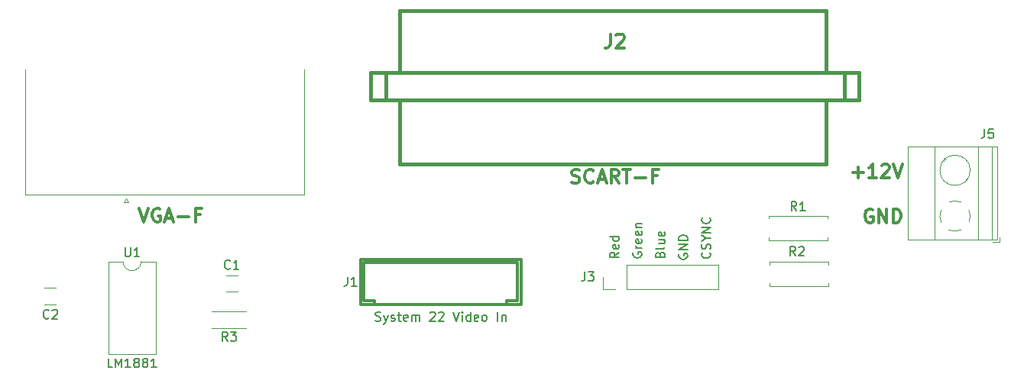
<source format=gbr>
G04 #@! TF.GenerationSoftware,KiCad,Pcbnew,5.1.6*
G04 #@! TF.CreationDate,2020-10-16T21:43:55+02:00*
G04 #@! TF.ProjectId,raveracer,72617665-7261-4636-9572-2e6b69636164,rev?*
G04 #@! TF.SameCoordinates,Original*
G04 #@! TF.FileFunction,Legend,Top*
G04 #@! TF.FilePolarity,Positive*
%FSLAX46Y46*%
G04 Gerber Fmt 4.6, Leading zero omitted, Abs format (unit mm)*
G04 Created by KiCad (PCBNEW 5.1.6) date 2020-10-16 21:43:55*
%MOMM*%
%LPD*%
G01*
G04 APERTURE LIST*
%ADD10C,0.150000*%
%ADD11C,0.300000*%
%ADD12C,0.304800*%
%ADD13C,0.381000*%
%ADD14C,0.120000*%
%ADD15C,0.203200*%
G04 APERTURE END LIST*
D10*
X55781904Y-82314761D02*
X55924761Y-82362380D01*
X56162857Y-82362380D01*
X56258095Y-82314761D01*
X56305714Y-82267142D01*
X56353333Y-82171904D01*
X56353333Y-82076666D01*
X56305714Y-81981428D01*
X56258095Y-81933809D01*
X56162857Y-81886190D01*
X55972380Y-81838571D01*
X55877142Y-81790952D01*
X55829523Y-81743333D01*
X55781904Y-81648095D01*
X55781904Y-81552857D01*
X55829523Y-81457619D01*
X55877142Y-81410000D01*
X55972380Y-81362380D01*
X56210476Y-81362380D01*
X56353333Y-81410000D01*
X56686666Y-81695714D02*
X56924761Y-82362380D01*
X57162857Y-81695714D02*
X56924761Y-82362380D01*
X56829523Y-82600476D01*
X56781904Y-82648095D01*
X56686666Y-82695714D01*
X57496190Y-82314761D02*
X57591428Y-82362380D01*
X57781904Y-82362380D01*
X57877142Y-82314761D01*
X57924761Y-82219523D01*
X57924761Y-82171904D01*
X57877142Y-82076666D01*
X57781904Y-82029047D01*
X57639047Y-82029047D01*
X57543809Y-81981428D01*
X57496190Y-81886190D01*
X57496190Y-81838571D01*
X57543809Y-81743333D01*
X57639047Y-81695714D01*
X57781904Y-81695714D01*
X57877142Y-81743333D01*
X58210476Y-81695714D02*
X58591428Y-81695714D01*
X58353333Y-81362380D02*
X58353333Y-82219523D01*
X58400952Y-82314761D01*
X58496190Y-82362380D01*
X58591428Y-82362380D01*
X59305714Y-82314761D02*
X59210476Y-82362380D01*
X59019999Y-82362380D01*
X58924761Y-82314761D01*
X58877142Y-82219523D01*
X58877142Y-81838571D01*
X58924761Y-81743333D01*
X59019999Y-81695714D01*
X59210476Y-81695714D01*
X59305714Y-81743333D01*
X59353333Y-81838571D01*
X59353333Y-81933809D01*
X58877142Y-82029047D01*
X59781904Y-82362380D02*
X59781904Y-81695714D01*
X59781904Y-81790952D02*
X59829523Y-81743333D01*
X59924761Y-81695714D01*
X60067619Y-81695714D01*
X60162857Y-81743333D01*
X60210476Y-81838571D01*
X60210476Y-82362380D01*
X60210476Y-81838571D02*
X60258095Y-81743333D01*
X60353333Y-81695714D01*
X60496190Y-81695714D01*
X60591428Y-81743333D01*
X60639047Y-81838571D01*
X60639047Y-82362380D01*
X61829523Y-81457619D02*
X61877142Y-81410000D01*
X61972380Y-81362380D01*
X62210476Y-81362380D01*
X62305714Y-81410000D01*
X62353333Y-81457619D01*
X62400952Y-81552857D01*
X62400952Y-81648095D01*
X62353333Y-81790952D01*
X61781904Y-82362380D01*
X62400952Y-82362380D01*
X62781904Y-81457619D02*
X62829523Y-81410000D01*
X62924761Y-81362380D01*
X63162857Y-81362380D01*
X63258095Y-81410000D01*
X63305714Y-81457619D01*
X63353333Y-81552857D01*
X63353333Y-81648095D01*
X63305714Y-81790952D01*
X62734285Y-82362380D01*
X63353333Y-82362380D01*
X64400952Y-81362380D02*
X64734285Y-82362380D01*
X65067619Y-81362380D01*
X65400952Y-82362380D02*
X65400952Y-81695714D01*
X65400952Y-81362380D02*
X65353333Y-81410000D01*
X65400952Y-81457619D01*
X65448571Y-81410000D01*
X65400952Y-81362380D01*
X65400952Y-81457619D01*
X66305714Y-82362380D02*
X66305714Y-81362380D01*
X66305714Y-82314761D02*
X66210476Y-82362380D01*
X66019999Y-82362380D01*
X65924761Y-82314761D01*
X65877142Y-82267142D01*
X65829523Y-82171904D01*
X65829523Y-81886190D01*
X65877142Y-81790952D01*
X65924761Y-81743333D01*
X66019999Y-81695714D01*
X66210476Y-81695714D01*
X66305714Y-81743333D01*
X67162857Y-82314761D02*
X67067619Y-82362380D01*
X66877142Y-82362380D01*
X66781904Y-82314761D01*
X66734285Y-82219523D01*
X66734285Y-81838571D01*
X66781904Y-81743333D01*
X66877142Y-81695714D01*
X67067619Y-81695714D01*
X67162857Y-81743333D01*
X67210476Y-81838571D01*
X67210476Y-81933809D01*
X66734285Y-82029047D01*
X67781904Y-82362380D02*
X67686666Y-82314761D01*
X67639047Y-82267142D01*
X67591428Y-82171904D01*
X67591428Y-81886190D01*
X67639047Y-81790952D01*
X67686666Y-81743333D01*
X67781904Y-81695714D01*
X67924761Y-81695714D01*
X68020000Y-81743333D01*
X68067619Y-81790952D01*
X68115238Y-81886190D01*
X68115238Y-82171904D01*
X68067619Y-82267142D01*
X68020000Y-82314761D01*
X67924761Y-82362380D01*
X67781904Y-82362380D01*
X69305714Y-82362380D02*
X69305714Y-81362380D01*
X69781904Y-81695714D02*
X69781904Y-82362380D01*
X69781904Y-81790952D02*
X69829523Y-81743333D01*
X69924761Y-81695714D01*
X70067619Y-81695714D01*
X70162857Y-81743333D01*
X70210476Y-81838571D01*
X70210476Y-82362380D01*
D11*
X110857142Y-70010000D02*
X110714285Y-69938571D01*
X110500000Y-69938571D01*
X110285714Y-70010000D01*
X110142857Y-70152857D01*
X110071428Y-70295714D01*
X110000000Y-70581428D01*
X110000000Y-70795714D01*
X110071428Y-71081428D01*
X110142857Y-71224285D01*
X110285714Y-71367142D01*
X110500000Y-71438571D01*
X110642857Y-71438571D01*
X110857142Y-71367142D01*
X110928571Y-71295714D01*
X110928571Y-70795714D01*
X110642857Y-70795714D01*
X111571428Y-71438571D02*
X111571428Y-69938571D01*
X112428571Y-71438571D01*
X112428571Y-69938571D01*
X113142857Y-71438571D02*
X113142857Y-69938571D01*
X113500000Y-69938571D01*
X113714285Y-70010000D01*
X113857142Y-70152857D01*
X113928571Y-70295714D01*
X114000000Y-70581428D01*
X114000000Y-70795714D01*
X113928571Y-71081428D01*
X113857142Y-71224285D01*
X113714285Y-71367142D01*
X113500000Y-71438571D01*
X113142857Y-71438571D01*
X108667142Y-65867142D02*
X109810000Y-65867142D01*
X109238571Y-66438571D02*
X109238571Y-65295714D01*
X111310000Y-66438571D02*
X110452857Y-66438571D01*
X110881428Y-66438571D02*
X110881428Y-64938571D01*
X110738571Y-65152857D01*
X110595714Y-65295714D01*
X110452857Y-65367142D01*
X111881428Y-65081428D02*
X111952857Y-65010000D01*
X112095714Y-64938571D01*
X112452857Y-64938571D01*
X112595714Y-65010000D01*
X112667142Y-65081428D01*
X112738571Y-65224285D01*
X112738571Y-65367142D01*
X112667142Y-65581428D01*
X111810000Y-66438571D01*
X112738571Y-66438571D01*
X113167142Y-64938571D02*
X113667142Y-66438571D01*
X114167142Y-64938571D01*
D10*
X92813142Y-74771047D02*
X92860761Y-74818666D01*
X92908380Y-74961523D01*
X92908380Y-75056761D01*
X92860761Y-75199619D01*
X92765523Y-75294857D01*
X92670285Y-75342476D01*
X92479809Y-75390095D01*
X92336952Y-75390095D01*
X92146476Y-75342476D01*
X92051238Y-75294857D01*
X91956000Y-75199619D01*
X91908380Y-75056761D01*
X91908380Y-74961523D01*
X91956000Y-74818666D01*
X92003619Y-74771047D01*
X92860761Y-74390095D02*
X92908380Y-74247238D01*
X92908380Y-74009142D01*
X92860761Y-73913904D01*
X92813142Y-73866285D01*
X92717904Y-73818666D01*
X92622666Y-73818666D01*
X92527428Y-73866285D01*
X92479809Y-73913904D01*
X92432190Y-74009142D01*
X92384571Y-74199619D01*
X92336952Y-74294857D01*
X92289333Y-74342476D01*
X92194095Y-74390095D01*
X92098857Y-74390095D01*
X92003619Y-74342476D01*
X91956000Y-74294857D01*
X91908380Y-74199619D01*
X91908380Y-73961523D01*
X91956000Y-73818666D01*
X92432190Y-73199619D02*
X92908380Y-73199619D01*
X91908380Y-73532952D02*
X92432190Y-73199619D01*
X91908380Y-72866285D01*
X92908380Y-72532952D02*
X91908380Y-72532952D01*
X92908380Y-71961523D01*
X91908380Y-71961523D01*
X92813142Y-70913904D02*
X92860761Y-70961523D01*
X92908380Y-71104380D01*
X92908380Y-71199619D01*
X92860761Y-71342476D01*
X92765523Y-71437714D01*
X92670285Y-71485333D01*
X92479809Y-71532952D01*
X92336952Y-71532952D01*
X92146476Y-71485333D01*
X92051238Y-71437714D01*
X91956000Y-71342476D01*
X91908380Y-71199619D01*
X91908380Y-71104380D01*
X91956000Y-70961523D01*
X92003619Y-70913904D01*
X89416000Y-74929904D02*
X89368380Y-75025142D01*
X89368380Y-75168000D01*
X89416000Y-75310857D01*
X89511238Y-75406095D01*
X89606476Y-75453714D01*
X89796952Y-75501333D01*
X89939809Y-75501333D01*
X90130285Y-75453714D01*
X90225523Y-75406095D01*
X90320761Y-75310857D01*
X90368380Y-75168000D01*
X90368380Y-75072761D01*
X90320761Y-74929904D01*
X90273142Y-74882285D01*
X89939809Y-74882285D01*
X89939809Y-75072761D01*
X90368380Y-74453714D02*
X89368380Y-74453714D01*
X90368380Y-73882285D01*
X89368380Y-73882285D01*
X90368380Y-73406095D02*
X89368380Y-73406095D01*
X89368380Y-73168000D01*
X89416000Y-73025142D01*
X89511238Y-72929904D01*
X89606476Y-72882285D01*
X89796952Y-72834666D01*
X89939809Y-72834666D01*
X90130285Y-72882285D01*
X90225523Y-72929904D01*
X90320761Y-73025142D01*
X90368380Y-73168000D01*
X90368380Y-73406095D01*
X87304571Y-74985428D02*
X87352190Y-74842571D01*
X87399809Y-74794952D01*
X87495047Y-74747333D01*
X87637904Y-74747333D01*
X87733142Y-74794952D01*
X87780761Y-74842571D01*
X87828380Y-74937809D01*
X87828380Y-75318761D01*
X86828380Y-75318761D01*
X86828380Y-74985428D01*
X86876000Y-74890190D01*
X86923619Y-74842571D01*
X87018857Y-74794952D01*
X87114095Y-74794952D01*
X87209333Y-74842571D01*
X87256952Y-74890190D01*
X87304571Y-74985428D01*
X87304571Y-75318761D01*
X87828380Y-74175904D02*
X87780761Y-74271142D01*
X87685523Y-74318761D01*
X86828380Y-74318761D01*
X87161714Y-73366380D02*
X87828380Y-73366380D01*
X87161714Y-73794952D02*
X87685523Y-73794952D01*
X87780761Y-73747333D01*
X87828380Y-73652095D01*
X87828380Y-73509238D01*
X87780761Y-73414000D01*
X87733142Y-73366380D01*
X87780761Y-72509238D02*
X87828380Y-72604476D01*
X87828380Y-72794952D01*
X87780761Y-72890190D01*
X87685523Y-72937809D01*
X87304571Y-72937809D01*
X87209333Y-72890190D01*
X87161714Y-72794952D01*
X87161714Y-72604476D01*
X87209333Y-72509238D01*
X87304571Y-72461619D01*
X87399809Y-72461619D01*
X87495047Y-72937809D01*
X84336000Y-74763142D02*
X84288380Y-74858380D01*
X84288380Y-75001238D01*
X84336000Y-75144095D01*
X84431238Y-75239333D01*
X84526476Y-75286952D01*
X84716952Y-75334571D01*
X84859809Y-75334571D01*
X85050285Y-75286952D01*
X85145523Y-75239333D01*
X85240761Y-75144095D01*
X85288380Y-75001238D01*
X85288380Y-74906000D01*
X85240761Y-74763142D01*
X85193142Y-74715523D01*
X84859809Y-74715523D01*
X84859809Y-74906000D01*
X85288380Y-74286952D02*
X84621714Y-74286952D01*
X84812190Y-74286952D02*
X84716952Y-74239333D01*
X84669333Y-74191714D01*
X84621714Y-74096476D01*
X84621714Y-74001238D01*
X85240761Y-73286952D02*
X85288380Y-73382190D01*
X85288380Y-73572666D01*
X85240761Y-73667904D01*
X85145523Y-73715523D01*
X84764571Y-73715523D01*
X84669333Y-73667904D01*
X84621714Y-73572666D01*
X84621714Y-73382190D01*
X84669333Y-73286952D01*
X84764571Y-73239333D01*
X84859809Y-73239333D01*
X84955047Y-73715523D01*
X85240761Y-72429809D02*
X85288380Y-72525047D01*
X85288380Y-72715523D01*
X85240761Y-72810761D01*
X85145523Y-72858380D01*
X84764571Y-72858380D01*
X84669333Y-72810761D01*
X84621714Y-72715523D01*
X84621714Y-72525047D01*
X84669333Y-72429809D01*
X84764571Y-72382190D01*
X84859809Y-72382190D01*
X84955047Y-72858380D01*
X84621714Y-71953619D02*
X85288380Y-71953619D01*
X84716952Y-71953619D02*
X84669333Y-71906000D01*
X84621714Y-71810761D01*
X84621714Y-71667904D01*
X84669333Y-71572666D01*
X84764571Y-71525047D01*
X85288380Y-71525047D01*
X82748380Y-74739428D02*
X82272190Y-75072761D01*
X82748380Y-75310857D02*
X81748380Y-75310857D01*
X81748380Y-74929904D01*
X81796000Y-74834666D01*
X81843619Y-74787047D01*
X81938857Y-74739428D01*
X82081714Y-74739428D01*
X82176952Y-74787047D01*
X82224571Y-74834666D01*
X82272190Y-74929904D01*
X82272190Y-75310857D01*
X82700761Y-73929904D02*
X82748380Y-74025142D01*
X82748380Y-74215619D01*
X82700761Y-74310857D01*
X82605523Y-74358476D01*
X82224571Y-74358476D01*
X82129333Y-74310857D01*
X82081714Y-74215619D01*
X82081714Y-74025142D01*
X82129333Y-73929904D01*
X82224571Y-73882285D01*
X82319809Y-73882285D01*
X82415047Y-74358476D01*
X82748380Y-73025142D02*
X81748380Y-73025142D01*
X82700761Y-73025142D02*
X82748380Y-73120380D01*
X82748380Y-73310857D01*
X82700761Y-73406095D01*
X82653142Y-73453714D01*
X82557904Y-73501333D01*
X82272190Y-73501333D01*
X82176952Y-73453714D01*
X82129333Y-73406095D01*
X82081714Y-73310857D01*
X82081714Y-73120380D01*
X82129333Y-73025142D01*
D12*
X71900160Y-75500640D02*
X54099840Y-75500640D01*
X54099840Y-80499360D02*
X54099840Y-75500640D01*
X71900160Y-80499360D02*
X54099840Y-80499360D01*
X71900160Y-75500640D02*
X71900160Y-80499360D01*
X61699520Y-75899420D02*
X61699520Y-75500640D01*
X64300480Y-75500640D02*
X64300480Y-75899420D01*
X54501160Y-75899420D02*
X54501160Y-80100580D01*
X55700040Y-80100580D02*
X55700040Y-80499360D01*
X70299960Y-80499360D02*
X70299960Y-80100580D01*
X71498840Y-80100580D02*
X71498840Y-75899420D01*
X61699520Y-75899420D02*
X64300480Y-75899420D01*
X61699520Y-75899420D02*
X54501160Y-75899420D01*
X71498840Y-75899420D02*
X64300480Y-75899420D01*
X71498840Y-80100580D02*
X70299960Y-80100580D01*
X55700040Y-80100580D02*
X54501160Y-80100580D01*
D13*
X58431600Y-47945800D02*
X58431600Y-54803800D01*
X105675600Y-47945800D02*
X105675600Y-54803800D01*
X55256600Y-54803800D02*
X109358600Y-54803800D01*
X109358600Y-57851800D02*
X55256600Y-57851800D01*
X58431600Y-64963800D02*
X58431600Y-57851800D01*
X105675600Y-64963800D02*
X58431600Y-64963800D01*
X105675600Y-57851800D02*
X105675600Y-64963800D01*
X55256600Y-57851800D02*
X55256600Y-54803800D01*
X109358600Y-57851800D02*
X109358600Y-54803800D01*
X105675600Y-47945800D02*
X58431600Y-47945800D01*
X56907600Y-57851800D02*
X56907600Y-54803800D01*
X107707600Y-57851800D02*
X107707600Y-54803800D01*
D14*
X99330000Y-71000000D02*
X99330000Y-70670000D01*
X99330000Y-70670000D02*
X105870000Y-70670000D01*
X105870000Y-70670000D02*
X105870000Y-71000000D01*
X99330000Y-73080000D02*
X99330000Y-73410000D01*
X99330000Y-73410000D02*
X105870000Y-73410000D01*
X105870000Y-73410000D02*
X105870000Y-73080000D01*
X99400000Y-75780000D02*
X99400000Y-76110000D01*
X105940000Y-75780000D02*
X99400000Y-75780000D01*
X105940000Y-76110000D02*
X105940000Y-75780000D01*
X99400000Y-78520000D02*
X99400000Y-78190000D01*
X105940000Y-78520000D02*
X99400000Y-78520000D01*
X105940000Y-78190000D02*
X105940000Y-78520000D01*
X80966000Y-78800000D02*
X80966000Y-77470000D01*
X82296000Y-78800000D02*
X80966000Y-78800000D01*
X83566000Y-78800000D02*
X83566000Y-76140000D01*
X83566000Y-76140000D02*
X93786000Y-76140000D01*
X83566000Y-78800000D02*
X93786000Y-78800000D01*
X93786000Y-78800000D02*
X93786000Y-76140000D01*
X39221000Y-77280000D02*
X40479000Y-77280000D01*
X39221000Y-79120000D02*
X40479000Y-79120000D01*
X20379000Y-78680000D02*
X19121000Y-78680000D01*
X20379000Y-80520000D02*
X19121000Y-80520000D01*
X47910000Y-54420000D02*
X47910000Y-68310000D01*
X47910000Y-68310000D02*
X16940000Y-68310000D01*
X16940000Y-68310000D02*
X16940000Y-54420000D01*
X28360000Y-69204338D02*
X27860000Y-69204338D01*
X27860000Y-69204338D02*
X28110000Y-68771325D01*
X28110000Y-68771325D02*
X28360000Y-69204338D01*
X41480000Y-81280000D02*
X37640000Y-81280000D01*
X41480000Y-83120000D02*
X37640000Y-83120000D01*
X31460000Y-75770000D02*
X29810000Y-75770000D01*
X31460000Y-86050000D02*
X31460000Y-75770000D01*
X26160000Y-86050000D02*
X31460000Y-86050000D01*
X26160000Y-75770000D02*
X26160000Y-86050000D01*
X27810000Y-75770000D02*
X26160000Y-75770000D01*
X29810000Y-75770000D02*
G75*
G02*
X27810000Y-75770000I-1000000J0D01*
G01*
X124890000Y-73560000D02*
X124890000Y-73060000D01*
X124150000Y-73560000D02*
X124890000Y-73560000D01*
X121013000Y-66867000D02*
X121059000Y-66914000D01*
X118715000Y-64570000D02*
X118751000Y-64605000D01*
X121229000Y-66674000D02*
X121264000Y-66709000D01*
X118921000Y-64365000D02*
X118967000Y-64412000D01*
X114729000Y-63040000D02*
X124650000Y-63040000D01*
X114729000Y-73320000D02*
X124650000Y-73320000D01*
X124650000Y-73320000D02*
X124650000Y-63040000D01*
X114729000Y-73320000D02*
X114729000Y-63040000D01*
X117689000Y-73320000D02*
X117689000Y-63040000D01*
X122590000Y-73320000D02*
X122590000Y-63040000D01*
X124090000Y-73320000D02*
X124090000Y-63040000D01*
X121670000Y-65640000D02*
G75*
G03*
X121670000Y-65640000I-1680000J0D01*
G01*
X121524756Y-70036682D02*
G75*
G02*
X121670000Y-70720000I-1534756J-683318D01*
G01*
X119306958Y-69184574D02*
G75*
G02*
X120674000Y-69185000I683042J-1535426D01*
G01*
X118454574Y-71403042D02*
G75*
G02*
X118455000Y-70036000I1535426J683042D01*
G01*
X120673042Y-72255426D02*
G75*
G02*
X119306000Y-72255000I-683042J1535426D01*
G01*
X121670253Y-70691195D02*
G75*
G02*
X121525000Y-71404000I-1680253J-28805D01*
G01*
D15*
X52661333Y-77443619D02*
X52661333Y-78169333D01*
X52612952Y-78314476D01*
X52516190Y-78411238D01*
X52371047Y-78459619D01*
X52274285Y-78459619D01*
X53677333Y-78459619D02*
X53096761Y-78459619D01*
X53387047Y-78459619D02*
X53387047Y-77443619D01*
X53290285Y-77588761D01*
X53193523Y-77685523D01*
X53096761Y-77733904D01*
D12*
X81799600Y-50519908D02*
X81799600Y-51608480D01*
X81727028Y-51826194D01*
X81581885Y-51971337D01*
X81364171Y-52043908D01*
X81219028Y-52043908D01*
X82452742Y-50665051D02*
X82525314Y-50592480D01*
X82670457Y-50519908D01*
X83033314Y-50519908D01*
X83178457Y-50592480D01*
X83251028Y-50665051D01*
X83323600Y-50810194D01*
X83323600Y-50955337D01*
X83251028Y-51173051D01*
X82380171Y-52043908D01*
X83323600Y-52043908D01*
X77517885Y-66977657D02*
X77735600Y-67050228D01*
X78098457Y-67050228D01*
X78243600Y-66977657D01*
X78316171Y-66905085D01*
X78388742Y-66759942D01*
X78388742Y-66614800D01*
X78316171Y-66469657D01*
X78243600Y-66397085D01*
X78098457Y-66324514D01*
X77808171Y-66251942D01*
X77663028Y-66179371D01*
X77590457Y-66106800D01*
X77517885Y-65961657D01*
X77517885Y-65816514D01*
X77590457Y-65671371D01*
X77663028Y-65598800D01*
X77808171Y-65526228D01*
X78171028Y-65526228D01*
X78388742Y-65598800D01*
X79912742Y-66905085D02*
X79840171Y-66977657D01*
X79622457Y-67050228D01*
X79477314Y-67050228D01*
X79259600Y-66977657D01*
X79114457Y-66832514D01*
X79041885Y-66687371D01*
X78969314Y-66397085D01*
X78969314Y-66179371D01*
X79041885Y-65889085D01*
X79114457Y-65743942D01*
X79259600Y-65598800D01*
X79477314Y-65526228D01*
X79622457Y-65526228D01*
X79840171Y-65598800D01*
X79912742Y-65671371D01*
X80493314Y-66614800D02*
X81219028Y-66614800D01*
X80348171Y-67050228D02*
X80856171Y-65526228D01*
X81364171Y-67050228D01*
X82743028Y-67050228D02*
X82235028Y-66324514D01*
X81872171Y-67050228D02*
X81872171Y-65526228D01*
X82452742Y-65526228D01*
X82597885Y-65598800D01*
X82670457Y-65671371D01*
X82743028Y-65816514D01*
X82743028Y-66034228D01*
X82670457Y-66179371D01*
X82597885Y-66251942D01*
X82452742Y-66324514D01*
X81872171Y-66324514D01*
X83178457Y-65526228D02*
X84049314Y-65526228D01*
X83613885Y-67050228D02*
X83613885Y-65526228D01*
X84557314Y-66469657D02*
X85718457Y-66469657D01*
X86952171Y-66251942D02*
X86444171Y-66251942D01*
X86444171Y-67050228D02*
X86444171Y-65526228D01*
X87169885Y-65526228D01*
D10*
X102433333Y-70122380D02*
X102100000Y-69646190D01*
X101861904Y-70122380D02*
X101861904Y-69122380D01*
X102242857Y-69122380D01*
X102338095Y-69170000D01*
X102385714Y-69217619D01*
X102433333Y-69312857D01*
X102433333Y-69455714D01*
X102385714Y-69550952D01*
X102338095Y-69598571D01*
X102242857Y-69646190D01*
X101861904Y-69646190D01*
X103385714Y-70122380D02*
X102814285Y-70122380D01*
X103100000Y-70122380D02*
X103100000Y-69122380D01*
X103004761Y-69265238D01*
X102909523Y-69360476D01*
X102814285Y-69408095D01*
X102313333Y-75102380D02*
X101980000Y-74626190D01*
X101741904Y-75102380D02*
X101741904Y-74102380D01*
X102122857Y-74102380D01*
X102218095Y-74150000D01*
X102265714Y-74197619D01*
X102313333Y-74292857D01*
X102313333Y-74435714D01*
X102265714Y-74530952D01*
X102218095Y-74578571D01*
X102122857Y-74626190D01*
X101741904Y-74626190D01*
X102694285Y-74197619D02*
X102741904Y-74150000D01*
X102837142Y-74102380D01*
X103075238Y-74102380D01*
X103170476Y-74150000D01*
X103218095Y-74197619D01*
X103265714Y-74292857D01*
X103265714Y-74388095D01*
X103218095Y-74530952D01*
X102646666Y-75102380D01*
X103265714Y-75102380D01*
X78962666Y-76922380D02*
X78962666Y-77636666D01*
X78915047Y-77779523D01*
X78819809Y-77874761D01*
X78676952Y-77922380D01*
X78581714Y-77922380D01*
X79343619Y-76922380D02*
X79962666Y-76922380D01*
X79629333Y-77303333D01*
X79772190Y-77303333D01*
X79867428Y-77350952D01*
X79915047Y-77398571D01*
X79962666Y-77493809D01*
X79962666Y-77731904D01*
X79915047Y-77827142D01*
X79867428Y-77874761D01*
X79772190Y-77922380D01*
X79486476Y-77922380D01*
X79391238Y-77874761D01*
X79343619Y-77827142D01*
X39683333Y-76507142D02*
X39635714Y-76554761D01*
X39492857Y-76602380D01*
X39397619Y-76602380D01*
X39254761Y-76554761D01*
X39159523Y-76459523D01*
X39111904Y-76364285D01*
X39064285Y-76173809D01*
X39064285Y-76030952D01*
X39111904Y-75840476D01*
X39159523Y-75745238D01*
X39254761Y-75650000D01*
X39397619Y-75602380D01*
X39492857Y-75602380D01*
X39635714Y-75650000D01*
X39683333Y-75697619D01*
X40635714Y-76602380D02*
X40064285Y-76602380D01*
X40350000Y-76602380D02*
X40350000Y-75602380D01*
X40254761Y-75745238D01*
X40159523Y-75840476D01*
X40064285Y-75888095D01*
X19583333Y-82007142D02*
X19535714Y-82054761D01*
X19392857Y-82102380D01*
X19297619Y-82102380D01*
X19154761Y-82054761D01*
X19059523Y-81959523D01*
X19011904Y-81864285D01*
X18964285Y-81673809D01*
X18964285Y-81530952D01*
X19011904Y-81340476D01*
X19059523Y-81245238D01*
X19154761Y-81150000D01*
X19297619Y-81102380D01*
X19392857Y-81102380D01*
X19535714Y-81150000D01*
X19583333Y-81197619D01*
X19964285Y-81197619D02*
X20011904Y-81150000D01*
X20107142Y-81102380D01*
X20345238Y-81102380D01*
X20440476Y-81150000D01*
X20488095Y-81197619D01*
X20535714Y-81292857D01*
X20535714Y-81388095D01*
X20488095Y-81530952D01*
X19916666Y-82102380D01*
X20535714Y-82102380D01*
D12*
X29590285Y-69835428D02*
X30098285Y-71359428D01*
X30606285Y-69835428D01*
X31912571Y-69908000D02*
X31767428Y-69835428D01*
X31549714Y-69835428D01*
X31332000Y-69908000D01*
X31186857Y-70053142D01*
X31114285Y-70198285D01*
X31041714Y-70488571D01*
X31041714Y-70706285D01*
X31114285Y-70996571D01*
X31186857Y-71141714D01*
X31332000Y-71286857D01*
X31549714Y-71359428D01*
X31694857Y-71359428D01*
X31912571Y-71286857D01*
X31985142Y-71214285D01*
X31985142Y-70706285D01*
X31694857Y-70706285D01*
X32565714Y-70924000D02*
X33291428Y-70924000D01*
X32420571Y-71359428D02*
X32928571Y-69835428D01*
X33436571Y-71359428D01*
X33944571Y-70778857D02*
X35105714Y-70778857D01*
X36339428Y-70561142D02*
X35831428Y-70561142D01*
X35831428Y-71359428D02*
X35831428Y-69835428D01*
X36557142Y-69835428D01*
D10*
X39393333Y-84572380D02*
X39060000Y-84096190D01*
X38821904Y-84572380D02*
X38821904Y-83572380D01*
X39202857Y-83572380D01*
X39298095Y-83620000D01*
X39345714Y-83667619D01*
X39393333Y-83762857D01*
X39393333Y-83905714D01*
X39345714Y-84000952D01*
X39298095Y-84048571D01*
X39202857Y-84096190D01*
X38821904Y-84096190D01*
X39726666Y-83572380D02*
X40345714Y-83572380D01*
X40012380Y-83953333D01*
X40155238Y-83953333D01*
X40250476Y-84000952D01*
X40298095Y-84048571D01*
X40345714Y-84143809D01*
X40345714Y-84381904D01*
X40298095Y-84477142D01*
X40250476Y-84524761D01*
X40155238Y-84572380D01*
X39869523Y-84572380D01*
X39774285Y-84524761D01*
X39726666Y-84477142D01*
X28048095Y-74222380D02*
X28048095Y-75031904D01*
X28095714Y-75127142D01*
X28143333Y-75174761D01*
X28238571Y-75222380D01*
X28429047Y-75222380D01*
X28524285Y-75174761D01*
X28571904Y-75127142D01*
X28619523Y-75031904D01*
X28619523Y-74222380D01*
X29619523Y-75222380D02*
X29048095Y-75222380D01*
X29333809Y-75222380D02*
X29333809Y-74222380D01*
X29238571Y-74365238D01*
X29143333Y-74460476D01*
X29048095Y-74508095D01*
X26643333Y-87502380D02*
X26167142Y-87502380D01*
X26167142Y-86502380D01*
X26976666Y-87502380D02*
X26976666Y-86502380D01*
X27310000Y-87216666D01*
X27643333Y-86502380D01*
X27643333Y-87502380D01*
X28643333Y-87502380D02*
X28071904Y-87502380D01*
X28357619Y-87502380D02*
X28357619Y-86502380D01*
X28262380Y-86645238D01*
X28167142Y-86740476D01*
X28071904Y-86788095D01*
X29214761Y-86930952D02*
X29119523Y-86883333D01*
X29071904Y-86835714D01*
X29024285Y-86740476D01*
X29024285Y-86692857D01*
X29071904Y-86597619D01*
X29119523Y-86550000D01*
X29214761Y-86502380D01*
X29405238Y-86502380D01*
X29500476Y-86550000D01*
X29548095Y-86597619D01*
X29595714Y-86692857D01*
X29595714Y-86740476D01*
X29548095Y-86835714D01*
X29500476Y-86883333D01*
X29405238Y-86930952D01*
X29214761Y-86930952D01*
X29119523Y-86978571D01*
X29071904Y-87026190D01*
X29024285Y-87121428D01*
X29024285Y-87311904D01*
X29071904Y-87407142D01*
X29119523Y-87454761D01*
X29214761Y-87502380D01*
X29405238Y-87502380D01*
X29500476Y-87454761D01*
X29548095Y-87407142D01*
X29595714Y-87311904D01*
X29595714Y-87121428D01*
X29548095Y-87026190D01*
X29500476Y-86978571D01*
X29405238Y-86930952D01*
X30167142Y-86930952D02*
X30071904Y-86883333D01*
X30024285Y-86835714D01*
X29976666Y-86740476D01*
X29976666Y-86692857D01*
X30024285Y-86597619D01*
X30071904Y-86550000D01*
X30167142Y-86502380D01*
X30357619Y-86502380D01*
X30452857Y-86550000D01*
X30500476Y-86597619D01*
X30548095Y-86692857D01*
X30548095Y-86740476D01*
X30500476Y-86835714D01*
X30452857Y-86883333D01*
X30357619Y-86930952D01*
X30167142Y-86930952D01*
X30071904Y-86978571D01*
X30024285Y-87026190D01*
X29976666Y-87121428D01*
X29976666Y-87311904D01*
X30024285Y-87407142D01*
X30071904Y-87454761D01*
X30167142Y-87502380D01*
X30357619Y-87502380D01*
X30452857Y-87454761D01*
X30500476Y-87407142D01*
X30548095Y-87311904D01*
X30548095Y-87121428D01*
X30500476Y-87026190D01*
X30452857Y-86978571D01*
X30357619Y-86930952D01*
X31500476Y-87502380D02*
X30929047Y-87502380D01*
X31214761Y-87502380D02*
X31214761Y-86502380D01*
X31119523Y-86645238D01*
X31024285Y-86740476D01*
X30929047Y-86788095D01*
X123256666Y-61072380D02*
X123256666Y-61786666D01*
X123209047Y-61929523D01*
X123113809Y-62024761D01*
X122970952Y-62072380D01*
X122875714Y-62072380D01*
X124209047Y-61072380D02*
X123732857Y-61072380D01*
X123685238Y-61548571D01*
X123732857Y-61500952D01*
X123828095Y-61453333D01*
X124066190Y-61453333D01*
X124161428Y-61500952D01*
X124209047Y-61548571D01*
X124256666Y-61643809D01*
X124256666Y-61881904D01*
X124209047Y-61977142D01*
X124161428Y-62024761D01*
X124066190Y-62072380D01*
X123828095Y-62072380D01*
X123732857Y-62024761D01*
X123685238Y-61977142D01*
M02*

</source>
